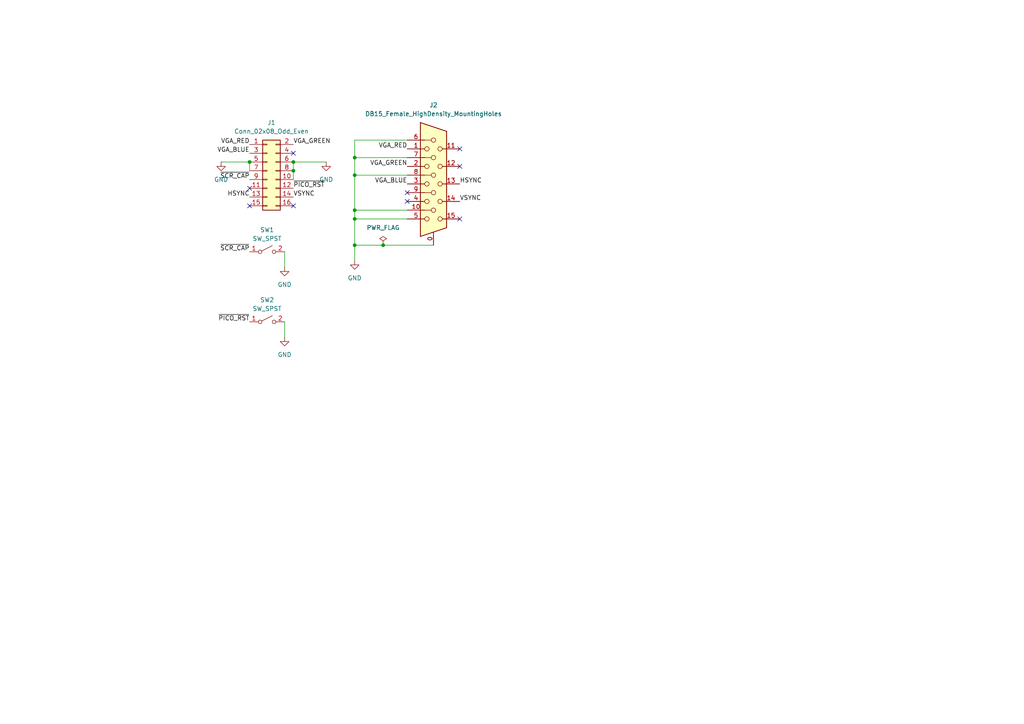
<source format=kicad_sch>
(kicad_sch (version 20230121) (generator eeschema)

  (uuid ff220e88-7bf3-4713-abf0-d03f2de71c11)

  (paper "A4")

  (title_block
    (title "VGA Connector Board")
    (date "2023-10-03")
    (rev "02")
  )

  (lib_symbols
    (symbol "Connector:DE15_Receptacle_HighDensity_MountingHoles" (pin_names (offset 1.016) hide) (in_bom yes) (on_board yes)
      (property "Reference" "J" (at 0 21.59 0)
        (effects (font (size 1.27 1.27)))
      )
      (property "Value" "DE15_Receptacle_HighDensity_MountingHoles" (at 0 19.05 0)
        (effects (font (size 1.27 1.27)))
      )
      (property "Footprint" "" (at -24.13 10.16 0)
        (effects (font (size 1.27 1.27)) hide)
      )
      (property "Datasheet" " ~" (at -24.13 10.16 0)
        (effects (font (size 1.27 1.27)) hide)
      )
      (property "ki_keywords" "connector receptacle de15 female D-SUB VGA" (at 0 0 0)
        (effects (font (size 1.27 1.27)) hide)
      )
      (property "ki_description" "15-pin female receptacle socket D-SUB connector, High density (3 columns), Triple Row, Generic, VGA-connector, Mounting Hole" (at 0 0 0)
        (effects (font (size 1.27 1.27)) hide)
      )
      (property "ki_fp_filters" "DSUB*Female*" (at 0 0 0)
        (effects (font (size 1.27 1.27)) hide)
      )
      (symbol "DE15_Receptacle_HighDensity_MountingHoles_0_1"
        (circle (center -1.905 -10.16) (radius 0.635)
          (stroke (width 0) (type default))
          (fill (type none))
        )
        (circle (center -1.905 -5.08) (radius 0.635)
          (stroke (width 0) (type default))
          (fill (type none))
        )
        (circle (center -1.905 0) (radius 0.635)
          (stroke (width 0) (type default))
          (fill (type none))
        )
        (circle (center -1.905 5.08) (radius 0.635)
          (stroke (width 0) (type default))
          (fill (type none))
        )
        (circle (center -1.905 10.16) (radius 0.635)
          (stroke (width 0) (type default))
          (fill (type none))
        )
        (circle (center 0 -7.62) (radius 0.635)
          (stroke (width 0) (type default))
          (fill (type none))
        )
        (circle (center 0 -2.54) (radius 0.635)
          (stroke (width 0) (type default))
          (fill (type none))
        )
        (polyline
          (pts
            (xy -3.175 7.62)
            (xy -0.635 7.62)
          )
          (stroke (width 0) (type default))
          (fill (type none))
        )
        (polyline
          (pts
            (xy -0.635 -7.62)
            (xy -3.175 -7.62)
          )
          (stroke (width 0) (type default))
          (fill (type none))
        )
        (polyline
          (pts
            (xy -0.635 -2.54)
            (xy -3.175 -2.54)
          )
          (stroke (width 0) (type default))
          (fill (type none))
        )
        (polyline
          (pts
            (xy -0.635 2.54)
            (xy -3.175 2.54)
          )
          (stroke (width 0) (type default))
          (fill (type none))
        )
        (polyline
          (pts
            (xy -0.635 12.7)
            (xy -3.175 12.7)
          )
          (stroke (width 0) (type default))
          (fill (type none))
        )
        (polyline
          (pts
            (xy -3.81 17.78)
            (xy -3.81 -15.24)
            (xy 3.81 -12.7)
            (xy 3.81 15.24)
            (xy -3.81 17.78)
          )
          (stroke (width 0.254) (type default))
          (fill (type background))
        )
        (circle (center 0 2.54) (radius 0.635)
          (stroke (width 0) (type default))
          (fill (type none))
        )
        (circle (center 0 7.62) (radius 0.635)
          (stroke (width 0) (type default))
          (fill (type none))
        )
        (circle (center 0 12.7) (radius 0.635)
          (stroke (width 0) (type default))
          (fill (type none))
        )
        (circle (center 1.905 -10.16) (radius 0.635)
          (stroke (width 0) (type default))
          (fill (type none))
        )
        (circle (center 1.905 -5.08) (radius 0.635)
          (stroke (width 0) (type default))
          (fill (type none))
        )
        (circle (center 1.905 0) (radius 0.635)
          (stroke (width 0) (type default))
          (fill (type none))
        )
        (circle (center 1.905 5.08) (radius 0.635)
          (stroke (width 0) (type default))
          (fill (type none))
        )
        (circle (center 1.905 10.16) (radius 0.635)
          (stroke (width 0) (type default))
          (fill (type none))
        )
      )
      (symbol "DE15_Receptacle_HighDensity_MountingHoles_1_1"
        (pin passive line (at 0 -17.78 90) (length 3.81)
          (name "~" (effects (font (size 1.27 1.27))))
          (number "0" (effects (font (size 1.27 1.27))))
        )
        (pin passive line (at -7.62 10.16 0) (length 5.08)
          (name "~" (effects (font (size 1.27 1.27))))
          (number "1" (effects (font (size 1.27 1.27))))
        )
        (pin passive line (at -7.62 -7.62 0) (length 5.08)
          (name "~" (effects (font (size 1.27 1.27))))
          (number "10" (effects (font (size 1.27 1.27))))
        )
        (pin passive line (at 7.62 10.16 180) (length 5.08)
          (name "~" (effects (font (size 1.27 1.27))))
          (number "11" (effects (font (size 1.27 1.27))))
        )
        (pin passive line (at 7.62 5.08 180) (length 5.08)
          (name "~" (effects (font (size 1.27 1.27))))
          (number "12" (effects (font (size 1.27 1.27))))
        )
        (pin passive line (at 7.62 0 180) (length 5.08)
          (name "~" (effects (font (size 1.27 1.27))))
          (number "13" (effects (font (size 1.27 1.27))))
        )
        (pin passive line (at 7.62 -5.08 180) (length 5.08)
          (name "~" (effects (font (size 1.27 1.27))))
          (number "14" (effects (font (size 1.27 1.27))))
        )
        (pin passive line (at 7.62 -10.16 180) (length 5.08)
          (name "~" (effects (font (size 1.27 1.27))))
          (number "15" (effects (font (size 1.27 1.27))))
        )
        (pin passive line (at -7.62 5.08 0) (length 5.08)
          (name "~" (effects (font (size 1.27 1.27))))
          (number "2" (effects (font (size 1.27 1.27))))
        )
        (pin passive line (at -7.62 0 0) (length 5.08)
          (name "~" (effects (font (size 1.27 1.27))))
          (number "3" (effects (font (size 1.27 1.27))))
        )
        (pin passive line (at -7.62 -5.08 0) (length 5.08)
          (name "~" (effects (font (size 1.27 1.27))))
          (number "4" (effects (font (size 1.27 1.27))))
        )
        (pin passive line (at -7.62 -10.16 0) (length 5.08)
          (name "~" (effects (font (size 1.27 1.27))))
          (number "5" (effects (font (size 1.27 1.27))))
        )
        (pin passive line (at -7.62 12.7 0) (length 5.08)
          (name "~" (effects (font (size 1.27 1.27))))
          (number "6" (effects (font (size 1.27 1.27))))
        )
        (pin passive line (at -7.62 7.62 0) (length 5.08)
          (name "~" (effects (font (size 1.27 1.27))))
          (number "7" (effects (font (size 1.27 1.27))))
        )
        (pin passive line (at -7.62 2.54 0) (length 5.08)
          (name "~" (effects (font (size 1.27 1.27))))
          (number "8" (effects (font (size 1.27 1.27))))
        )
        (pin passive line (at -7.62 -2.54 0) (length 5.08)
          (name "~" (effects (font (size 1.27 1.27))))
          (number "9" (effects (font (size 1.27 1.27))))
        )
      )
    )
    (symbol "Connector_Generic:Conn_02x08_Odd_Even" (pin_names (offset 1.016) hide) (in_bom yes) (on_board yes)
      (property "Reference" "J" (at 1.27 10.16 0)
        (effects (font (size 1.27 1.27)))
      )
      (property "Value" "Conn_02x08_Odd_Even" (at 1.27 -12.7 0)
        (effects (font (size 1.27 1.27)))
      )
      (property "Footprint" "" (at 0 0 0)
        (effects (font (size 1.27 1.27)) hide)
      )
      (property "Datasheet" "~" (at 0 0 0)
        (effects (font (size 1.27 1.27)) hide)
      )
      (property "ki_keywords" "connector" (at 0 0 0)
        (effects (font (size 1.27 1.27)) hide)
      )
      (property "ki_description" "Generic connector, double row, 02x08, odd/even pin numbering scheme (row 1 odd numbers, row 2 even numbers), script generated (kicad-library-utils/schlib/autogen/connector/)" (at 0 0 0)
        (effects (font (size 1.27 1.27)) hide)
      )
      (property "ki_fp_filters" "Connector*:*_2x??_*" (at 0 0 0)
        (effects (font (size 1.27 1.27)) hide)
      )
      (symbol "Conn_02x08_Odd_Even_1_1"
        (rectangle (start -1.27 -10.033) (end 0 -10.287)
          (stroke (width 0.1524) (type default))
          (fill (type none))
        )
        (rectangle (start -1.27 -7.493) (end 0 -7.747)
          (stroke (width 0.1524) (type default))
          (fill (type none))
        )
        (rectangle (start -1.27 -4.953) (end 0 -5.207)
          (stroke (width 0.1524) (type default))
          (fill (type none))
        )
        (rectangle (start -1.27 -2.413) (end 0 -2.667)
          (stroke (width 0.1524) (type default))
          (fill (type none))
        )
        (rectangle (start -1.27 0.127) (end 0 -0.127)
          (stroke (width 0.1524) (type default))
          (fill (type none))
        )
        (rectangle (start -1.27 2.667) (end 0 2.413)
          (stroke (width 0.1524) (type default))
          (fill (type none))
        )
        (rectangle (start -1.27 5.207) (end 0 4.953)
          (stroke (width 0.1524) (type default))
          (fill (type none))
        )
        (rectangle (start -1.27 7.747) (end 0 7.493)
          (stroke (width 0.1524) (type default))
          (fill (type none))
        )
        (rectangle (start -1.27 8.89) (end 3.81 -11.43)
          (stroke (width 0.254) (type default))
          (fill (type background))
        )
        (rectangle (start 3.81 -10.033) (end 2.54 -10.287)
          (stroke (width 0.1524) (type default))
          (fill (type none))
        )
        (rectangle (start 3.81 -7.493) (end 2.54 -7.747)
          (stroke (width 0.1524) (type default))
          (fill (type none))
        )
        (rectangle (start 3.81 -4.953) (end 2.54 -5.207)
          (stroke (width 0.1524) (type default))
          (fill (type none))
        )
        (rectangle (start 3.81 -2.413) (end 2.54 -2.667)
          (stroke (width 0.1524) (type default))
          (fill (type none))
        )
        (rectangle (start 3.81 0.127) (end 2.54 -0.127)
          (stroke (width 0.1524) (type default))
          (fill (type none))
        )
        (rectangle (start 3.81 2.667) (end 2.54 2.413)
          (stroke (width 0.1524) (type default))
          (fill (type none))
        )
        (rectangle (start 3.81 5.207) (end 2.54 4.953)
          (stroke (width 0.1524) (type default))
          (fill (type none))
        )
        (rectangle (start 3.81 7.747) (end 2.54 7.493)
          (stroke (width 0.1524) (type default))
          (fill (type none))
        )
        (pin passive line (at -5.08 7.62 0) (length 3.81)
          (name "Pin_1" (effects (font (size 1.27 1.27))))
          (number "1" (effects (font (size 1.27 1.27))))
        )
        (pin passive line (at 7.62 -2.54 180) (length 3.81)
          (name "Pin_10" (effects (font (size 1.27 1.27))))
          (number "10" (effects (font (size 1.27 1.27))))
        )
        (pin passive line (at -5.08 -5.08 0) (length 3.81)
          (name "Pin_11" (effects (font (size 1.27 1.27))))
          (number "11" (effects (font (size 1.27 1.27))))
        )
        (pin passive line (at 7.62 -5.08 180) (length 3.81)
          (name "Pin_12" (effects (font (size 1.27 1.27))))
          (number "12" (effects (font (size 1.27 1.27))))
        )
        (pin passive line (at -5.08 -7.62 0) (length 3.81)
          (name "Pin_13" (effects (font (size 1.27 1.27))))
          (number "13" (effects (font (size 1.27 1.27))))
        )
        (pin passive line (at 7.62 -7.62 180) (length 3.81)
          (name "Pin_14" (effects (font (size 1.27 1.27))))
          (number "14" (effects (font (size 1.27 1.27))))
        )
        (pin passive line (at -5.08 -10.16 0) (length 3.81)
          (name "Pin_15" (effects (font (size 1.27 1.27))))
          (number "15" (effects (font (size 1.27 1.27))))
        )
        (pin passive line (at 7.62 -10.16 180) (length 3.81)
          (name "Pin_16" (effects (font (size 1.27 1.27))))
          (number "16" (effects (font (size 1.27 1.27))))
        )
        (pin passive line (at 7.62 7.62 180) (length 3.81)
          (name "Pin_2" (effects (font (size 1.27 1.27))))
          (number "2" (effects (font (size 1.27 1.27))))
        )
        (pin passive line (at -5.08 5.08 0) (length 3.81)
          (name "Pin_3" (effects (font (size 1.27 1.27))))
          (number "3" (effects (font (size 1.27 1.27))))
        )
        (pin passive line (at 7.62 5.08 180) (length 3.81)
          (name "Pin_4" (effects (font (size 1.27 1.27))))
          (number "4" (effects (font (size 1.27 1.27))))
        )
        (pin passive line (at -5.08 2.54 0) (length 3.81)
          (name "Pin_5" (effects (font (size 1.27 1.27))))
          (number "5" (effects (font (size 1.27 1.27))))
        )
        (pin passive line (at 7.62 2.54 180) (length 3.81)
          (name "Pin_6" (effects (font (size 1.27 1.27))))
          (number "6" (effects (font (size 1.27 1.27))))
        )
        (pin passive line (at -5.08 0 0) (length 3.81)
          (name "Pin_7" (effects (font (size 1.27 1.27))))
          (number "7" (effects (font (size 1.27 1.27))))
        )
        (pin passive line (at 7.62 0 180) (length 3.81)
          (name "Pin_8" (effects (font (size 1.27 1.27))))
          (number "8" (effects (font (size 1.27 1.27))))
        )
        (pin passive line (at -5.08 -2.54 0) (length 3.81)
          (name "Pin_9" (effects (font (size 1.27 1.27))))
          (number "9" (effects (font (size 1.27 1.27))))
        )
      )
    )
    (symbol "Switch:SW_SPST" (pin_names (offset 0) hide) (in_bom yes) (on_board yes)
      (property "Reference" "SW" (at 0 3.175 0)
        (effects (font (size 1.27 1.27)))
      )
      (property "Value" "SW_SPST" (at 0 -2.54 0)
        (effects (font (size 1.27 1.27)))
      )
      (property "Footprint" "" (at 0 0 0)
        (effects (font (size 1.27 1.27)) hide)
      )
      (property "Datasheet" "~" (at 0 0 0)
        (effects (font (size 1.27 1.27)) hide)
      )
      (property "ki_keywords" "switch lever" (at 0 0 0)
        (effects (font (size 1.27 1.27)) hide)
      )
      (property "ki_description" "Single Pole Single Throw (SPST) switch" (at 0 0 0)
        (effects (font (size 1.27 1.27)) hide)
      )
      (symbol "SW_SPST_0_0"
        (circle (center -2.032 0) (radius 0.508)
          (stroke (width 0) (type default))
          (fill (type none))
        )
        (polyline
          (pts
            (xy -1.524 0.254)
            (xy 1.524 1.778)
          )
          (stroke (width 0) (type default))
          (fill (type none))
        )
        (circle (center 2.032 0) (radius 0.508)
          (stroke (width 0) (type default))
          (fill (type none))
        )
      )
      (symbol "SW_SPST_1_1"
        (pin passive line (at -5.08 0 0) (length 2.54)
          (name "A" (effects (font (size 1.27 1.27))))
          (number "1" (effects (font (size 1.27 1.27))))
        )
        (pin passive line (at 5.08 0 180) (length 2.54)
          (name "B" (effects (font (size 1.27 1.27))))
          (number "2" (effects (font (size 1.27 1.27))))
        )
      )
    )
    (symbol "power:GND" (power) (pin_names (offset 0)) (in_bom yes) (on_board yes)
      (property "Reference" "#PWR" (at 0 -6.35 0)
        (effects (font (size 1.27 1.27)) hide)
      )
      (property "Value" "GND" (at 0 -3.81 0)
        (effects (font (size 1.27 1.27)))
      )
      (property "Footprint" "" (at 0 0 0)
        (effects (font (size 1.27 1.27)) hide)
      )
      (property "Datasheet" "" (at 0 0 0)
        (effects (font (size 1.27 1.27)) hide)
      )
      (property "ki_keywords" "global power" (at 0 0 0)
        (effects (font (size 1.27 1.27)) hide)
      )
      (property "ki_description" "Power symbol creates a global label with name \"GND\" , ground" (at 0 0 0)
        (effects (font (size 1.27 1.27)) hide)
      )
      (symbol "GND_0_1"
        (polyline
          (pts
            (xy 0 0)
            (xy 0 -1.27)
            (xy 1.27 -1.27)
            (xy 0 -2.54)
            (xy -1.27 -1.27)
            (xy 0 -1.27)
          )
          (stroke (width 0) (type default))
          (fill (type none))
        )
      )
      (symbol "GND_1_1"
        (pin power_in line (at 0 0 270) (length 0) hide
          (name "GND" (effects (font (size 1.27 1.27))))
          (number "1" (effects (font (size 1.27 1.27))))
        )
      )
    )
    (symbol "power:PWR_FLAG" (power) (pin_numbers hide) (pin_names (offset 0) hide) (in_bom yes) (on_board yes)
      (property "Reference" "#FLG" (at 0 1.905 0)
        (effects (font (size 1.27 1.27)) hide)
      )
      (property "Value" "PWR_FLAG" (at 0 3.81 0)
        (effects (font (size 1.27 1.27)))
      )
      (property "Footprint" "" (at 0 0 0)
        (effects (font (size 1.27 1.27)) hide)
      )
      (property "Datasheet" "~" (at 0 0 0)
        (effects (font (size 1.27 1.27)) hide)
      )
      (property "ki_keywords" "flag power" (at 0 0 0)
        (effects (font (size 1.27 1.27)) hide)
      )
      (property "ki_description" "Special symbol for telling ERC where power comes from" (at 0 0 0)
        (effects (font (size 1.27 1.27)) hide)
      )
      (symbol "PWR_FLAG_0_0"
        (pin power_out line (at 0 0 90) (length 0)
          (name "pwr" (effects (font (size 1.27 1.27))))
          (number "1" (effects (font (size 1.27 1.27))))
        )
      )
      (symbol "PWR_FLAG_0_1"
        (polyline
          (pts
            (xy 0 0)
            (xy 0 1.27)
            (xy -1.016 1.905)
            (xy 0 2.54)
            (xy 1.016 1.905)
            (xy 0 1.27)
          )
          (stroke (width 0) (type default))
          (fill (type none))
        )
      )
    )
  )

  (junction (at 102.87 71.12) (diameter 0) (color 0 0 0 0)
    (uuid 06943cca-9394-4029-ad0d-486e0efa2e4a)
  )
  (junction (at 85.09 46.99) (diameter 0) (color 0 0 0 0)
    (uuid 4d98deb4-94c4-4eb9-b5da-b85949651819)
  )
  (junction (at 102.87 63.5) (diameter 0) (color 0 0 0 0)
    (uuid 5ad7bca5-c551-45e4-85f5-41221984b76d)
  )
  (junction (at 102.87 60.96) (diameter 0) (color 0 0 0 0)
    (uuid 78c7e4db-ce5f-4a60-b865-26a144a7617d)
  )
  (junction (at 72.39 46.99) (diameter 0) (color 0 0 0 0)
    (uuid 96200d3d-4702-4c33-9782-d2611ec5d50a)
  )
  (junction (at 111.125 71.12) (diameter 0) (color 0 0 0 0)
    (uuid bd9899a7-5a63-42d3-8eaf-039655f25c4f)
  )
  (junction (at 85.09 49.53) (diameter 0) (color 0 0 0 0)
    (uuid d9316768-3374-4ddc-be42-ef9f581fb8fe)
  )
  (junction (at 102.87 45.72) (diameter 0) (color 0 0 0 0)
    (uuid e57e7d38-21b4-46ba-b5d2-a9775da3b7c1)
  )
  (junction (at 102.87 50.8) (diameter 0) (color 0 0 0 0)
    (uuid fa48abd0-e185-4f8b-b8bd-b9880bebe6b3)
  )

  (no_connect (at 133.35 63.5) (uuid 11024f6c-5139-43c1-8c96-4c434a57a3ed))
  (no_connect (at 72.39 54.61) (uuid 1a9ffe5f-3897-4b90-a773-e27c16037b99))
  (no_connect (at 133.35 43.18) (uuid 1dd598f3-7afe-450a-b2ad-a92b9a87d5c6))
  (no_connect (at 85.09 59.69) (uuid 370930d1-0858-45e8-a33f-4f1049835d20))
  (no_connect (at 85.09 44.45) (uuid 56fe1ecf-0957-49b1-869d-e9a771f9f8cf))
  (no_connect (at 133.35 48.26) (uuid 5bfa58a5-3098-4a48-b014-5c507538fcbe))
  (no_connect (at 118.11 55.88) (uuid 61001fcc-5054-40bf-ad37-37b716838aad))
  (no_connect (at 72.39 59.69) (uuid bef61c87-41e1-4e58-9e2b-eb54f95f8b50))
  (no_connect (at 118.11 58.42) (uuid f02b164f-2810-45ca-81c4-df3b502dc2ae))

  (wire (pts (xy 102.87 45.72) (xy 102.87 50.8))
    (stroke (width 0) (type default))
    (uuid 033cd906-13bf-408d-9de1-481587305f16)
  )
  (wire (pts (xy 102.87 50.8) (xy 118.11 50.8))
    (stroke (width 0) (type default))
    (uuid 08c75613-5951-46c1-aec7-31a3d20e799d)
  )
  (wire (pts (xy 102.87 40.64) (xy 102.87 45.72))
    (stroke (width 0) (type default))
    (uuid 163a465f-75d2-4ff4-ae1b-3e0843b03285)
  )
  (wire (pts (xy 118.11 63.5) (xy 102.87 63.5))
    (stroke (width 0) (type default))
    (uuid 2ca0e692-0b99-457d-a487-882cfde57e07)
  )
  (wire (pts (xy 72.39 46.99) (xy 72.39 49.53))
    (stroke (width 0) (type default))
    (uuid 41a5ad36-ab40-4af4-aa07-da3dfd2404e6)
  )
  (wire (pts (xy 125.73 71.12) (xy 111.125 71.12))
    (stroke (width 0) (type default))
    (uuid 59928576-e51a-406b-8969-078f37565731)
  )
  (wire (pts (xy 82.55 93.345) (xy 82.55 97.79))
    (stroke (width 0) (type default))
    (uuid 7887474a-d94a-476d-b282-bd4324a2d595)
  )
  (wire (pts (xy 85.09 49.53) (xy 85.09 52.07))
    (stroke (width 0) (type default))
    (uuid 7f30f082-051d-498c-abeb-e1bec912822b)
  )
  (wire (pts (xy 102.87 63.5) (xy 102.87 71.12))
    (stroke (width 0) (type default))
    (uuid 8ad79ec1-fd11-4305-99d0-443d28be1dd4)
  )
  (wire (pts (xy 102.87 60.96) (xy 102.87 63.5))
    (stroke (width 0) (type default))
    (uuid 9230fa89-385a-4840-95a6-c6286f94ead4)
  )
  (wire (pts (xy 111.125 71.12) (xy 102.87 71.12))
    (stroke (width 0) (type default))
    (uuid 996e0db5-99f0-4ef3-a6a7-c81e5c5283fa)
  )
  (wire (pts (xy 102.87 71.12) (xy 102.87 75.565))
    (stroke (width 0) (type default))
    (uuid 9d17cd50-ca60-4e77-b9c4-81241d23fa3a)
  )
  (wire (pts (xy 102.87 50.8) (xy 102.87 60.96))
    (stroke (width 0) (type default))
    (uuid a0993e53-51a1-42aa-8f66-52b3aa558b4f)
  )
  (wire (pts (xy 82.55 73.025) (xy 82.55 77.47))
    (stroke (width 0) (type default))
    (uuid b795a8ba-e7a0-4f86-ac88-b04f91c76399)
  )
  (wire (pts (xy 118.11 45.72) (xy 102.87 45.72))
    (stroke (width 0) (type default))
    (uuid b9e8e5f3-c144-4797-b31a-a34e272106c2)
  )
  (wire (pts (xy 85.09 46.99) (xy 94.615 46.99))
    (stroke (width 0) (type default))
    (uuid c5394659-8fa6-40ec-aaf2-78976f26b02f)
  )
  (wire (pts (xy 102.87 60.96) (xy 118.11 60.96))
    (stroke (width 0) (type default))
    (uuid c6081859-eb69-4994-8541-2eb5d50c9c9d)
  )
  (wire (pts (xy 64.135 46.99) (xy 72.39 46.99))
    (stroke (width 0) (type default))
    (uuid eec22a30-1aae-4299-a466-05ba2daf15ae)
  )
  (wire (pts (xy 85.09 46.99) (xy 85.09 49.53))
    (stroke (width 0) (type default))
    (uuid f25f68ee-232a-4384-b995-920d2c49dbd7)
  )
  (wire (pts (xy 118.11 40.64) (xy 102.87 40.64))
    (stroke (width 0) (type default))
    (uuid fc2342aa-8a8a-4c9d-b48a-35eadbebbca1)
  )

  (label "HSYNC" (at 133.35 53.34 0) (fields_autoplaced)
    (effects (font (size 1.27 1.27)) (justify left bottom))
    (uuid 1f91c646-f123-440d-8a51-a5b710c0038c)
  )
  (label "~{SCR_CAP}" (at 72.39 52.07 180) (fields_autoplaced)
    (effects (font (size 1.27 1.27)) (justify right bottom))
    (uuid 45f3213d-b4dd-461c-8d1f-e4e26d6b66a2)
  )
  (label "VGA_BLUE" (at 72.39 44.45 180) (fields_autoplaced)
    (effects (font (size 1.27 1.27)) (justify right bottom))
    (uuid 4b32e60f-328b-4ff0-a5a1-21b6edc17730)
  )
  (label "~{SCR_CAP}" (at 72.39 73.025 180) (fields_autoplaced)
    (effects (font (size 1.27 1.27)) (justify right bottom))
    (uuid 56494709-2f66-4e8e-886a-2c49ab2553b6)
  )
  (label "VGA_RED" (at 72.39 41.91 180) (fields_autoplaced)
    (effects (font (size 1.27 1.27)) (justify right bottom))
    (uuid 70eabb6c-d1a4-4cca-a3d5-191cf85f6cbf)
  )
  (label "VGA_GREEN" (at 85.09 41.91 0) (fields_autoplaced)
    (effects (font (size 1.27 1.27)) (justify left bottom))
    (uuid 87afd618-78fc-4336-89e8-3571f97ce4e6)
  )
  (label "VSYNC" (at 133.35 58.42 0) (fields_autoplaced)
    (effects (font (size 1.27 1.27)) (justify left bottom))
    (uuid 933b2e11-94d8-46e2-953c-e161e45dd66d)
  )
  (label "VGA_RED" (at 118.11 43.18 180) (fields_autoplaced)
    (effects (font (size 1.27 1.27)) (justify right bottom))
    (uuid a7cb428a-7176-4e9f-ac5c-8b54dc651bb8)
  )
  (label "VGA_GREEN" (at 118.11 48.26 180) (fields_autoplaced)
    (effects (font (size 1.27 1.27)) (justify right bottom))
    (uuid ba64bc15-817b-4a65-82a8-821f0f98ecd6)
  )
  (label "~{PICO_RST}" (at 72.39 93.345 180) (fields_autoplaced)
    (effects (font (size 1.27 1.27)) (justify right bottom))
    (uuid c477c3c1-5b7a-4911-8c9e-7fe07ab9ef37)
  )
  (label "VGA_BLUE" (at 118.11 53.34 180) (fields_autoplaced)
    (effects (font (size 1.27 1.27)) (justify right bottom))
    (uuid d1b6a353-8b27-456a-a42b-93c147adb6ef)
  )
  (label "HSYNC" (at 72.39 57.15 180) (fields_autoplaced)
    (effects (font (size 1.27 1.27)) (justify right bottom))
    (uuid d349320e-8849-4cbc-8bb8-0dbe61683e79)
  )
  (label "VSYNC" (at 85.09 57.15 0) (fields_autoplaced)
    (effects (font (size 1.27 1.27)) (justify left bottom))
    (uuid de9b2745-1835-49e8-85ff-1f12fdf0f0eb)
  )
  (label "~{PICO_RST}" (at 85.09 54.61 0) (fields_autoplaced)
    (effects (font (size 1.27 1.27)) (justify left bottom))
    (uuid e356f168-d56d-41a2-9361-10e424976d02)
  )

  (symbol (lib_id "power:PWR_FLAG") (at 111.125 71.12 0) (unit 1)
    (in_bom yes) (on_board yes) (dnp no) (fields_autoplaced)
    (uuid 2ae29532-c07e-4a61-91fb-b987ac9472e4)
    (property "Reference" "#FLG01" (at 111.125 69.215 0)
      (effects (font (size 1.27 1.27)) hide)
    )
    (property "Value" "PWR_FLAG" (at 111.125 66.04 0)
      (effects (font (size 1.27 1.27)))
    )
    (property "Footprint" "" (at 111.125 71.12 0)
      (effects (font (size 1.27 1.27)) hide)
    )
    (property "Datasheet" "~" (at 111.125 71.12 0)
      (effects (font (size 1.27 1.27)) hide)
    )
    (pin "1" (uuid b05dfa4f-2ec2-4dee-964f-fa0d559e67b0))
    (instances
      (project "VGA_ConnectorV2"
        (path "/ff220e88-7bf3-4713-abf0-d03f2de71c11"
          (reference "#FLG01") (unit 1)
        )
      )
    )
  )

  (symbol (lib_id "Connector:DE15_Receptacle_HighDensity_MountingHoles") (at 125.73 53.34 0) (unit 1)
    (in_bom yes) (on_board yes) (dnp no) (fields_autoplaced)
    (uuid 33dff5f9-64a8-4c9a-bced-d754704daddd)
    (property "Reference" "J2" (at 125.73 30.48 0)
      (effects (font (size 1.27 1.27)))
    )
    (property "Value" "DB15_Female_HighDensity_MountingHoles" (at 125.73 33.02 0)
      (effects (font (size 1.27 1.27)))
    )
    (property "Footprint" "Connector_Dsub:DSUB-15-HD_Female_Horizontal_P2.29x1.98mm_EdgePinOffset3.03mm_Housed_MountingHolesOffset4.94mm" (at 101.6 43.18 0)
      (effects (font (size 1.27 1.27)) hide)
    )
    (property "Datasheet" " ~" (at 101.6 43.18 0)
      (effects (font (size 1.27 1.27)) hide)
    )
    (pin "0" (uuid 5e664ccb-e0c8-4904-b662-6dbb9fc57ded))
    (pin "1" (uuid fa7f4741-f76a-40a7-aa96-e27785093c83))
    (pin "10" (uuid df61d5f3-4cef-48c7-88c7-5dc1c4b427c6))
    (pin "11" (uuid 1926cc2e-ff86-49bc-b7c9-a6b1e0fee254))
    (pin "12" (uuid 904465c2-7d32-4a4c-933b-88102dd30fbb))
    (pin "13" (uuid f644995d-4a6d-47ae-bb15-9cc1cd953908))
    (pin "14" (uuid 3007d505-a000-489a-9a7d-ebde317679f0))
    (pin "15" (uuid 7a42b461-bc9d-4297-a68c-f053489c4508))
    (pin "2" (uuid 5a6cba0c-47cb-427e-b4ed-ae4cbd878eb4))
    (pin "3" (uuid 4f8cb75f-bbd6-4df8-bd23-fda0a815353e))
    (pin "4" (uuid 7a80d8a3-d1c9-4711-87c6-bbb443df0758))
    (pin "5" (uuid 5ddef5fb-522d-4d10-898e-6c6f2fd2f4c9))
    (pin "6" (uuid 2378d047-b6bc-4bd4-8ec9-fc701b6da4fa))
    (pin "7" (uuid 0f708d1d-f35f-4ad6-8311-cd7ce64ecba9))
    (pin "8" (uuid 66e78a4e-787e-43c2-bd3b-9c4410e1833f))
    (pin "9" (uuid 2617cc10-49b1-4529-9adc-e4d60887aaae))
    (instances
      (project "VGA_ConnectorV2"
        (path "/ff220e88-7bf3-4713-abf0-d03f2de71c11"
          (reference "J2") (unit 1)
        )
      )
    )
  )

  (symbol (lib_id "power:GND") (at 102.87 75.565 0) (unit 1)
    (in_bom yes) (on_board yes) (dnp no) (fields_autoplaced)
    (uuid 46e7e4a8-edea-4c99-ae9e-8331770e6dc6)
    (property "Reference" "#PWR04" (at 102.87 81.915 0)
      (effects (font (size 1.27 1.27)) hide)
    )
    (property "Value" "GND" (at 102.87 80.645 0)
      (effects (font (size 1.27 1.27)))
    )
    (property "Footprint" "" (at 102.87 75.565 0)
      (effects (font (size 1.27 1.27)) hide)
    )
    (property "Datasheet" "" (at 102.87 75.565 0)
      (effects (font (size 1.27 1.27)) hide)
    )
    (pin "1" (uuid e39b26de-b513-48a9-bd8a-233be31a5159))
    (instances
      (project "VGA_ConnectorV2"
        (path "/ff220e88-7bf3-4713-abf0-d03f2de71c11"
          (reference "#PWR04") (unit 1)
        )
      )
    )
  )

  (symbol (lib_id "power:GND") (at 82.55 97.79 0) (unit 1)
    (in_bom yes) (on_board yes) (dnp no) (fields_autoplaced)
    (uuid 5b0eb96e-b939-4ebd-b56a-1b42c507a148)
    (property "Reference" "#PWR05" (at 82.55 104.14 0)
      (effects (font (size 1.27 1.27)) hide)
    )
    (property "Value" "GND" (at 82.55 102.87 0)
      (effects (font (size 1.27 1.27)))
    )
    (property "Footprint" "" (at 82.55 97.79 0)
      (effects (font (size 1.27 1.27)) hide)
    )
    (property "Datasheet" "" (at 82.55 97.79 0)
      (effects (font (size 1.27 1.27)) hide)
    )
    (pin "1" (uuid 5569dc93-8615-4330-9e79-54c828cf3ff8))
    (instances
      (project "VGA_ConnectorV2"
        (path "/ff220e88-7bf3-4713-abf0-d03f2de71c11"
          (reference "#PWR05") (unit 1)
        )
      )
    )
  )

  (symbol (lib_id "power:GND") (at 64.135 46.99 0) (unit 1)
    (in_bom yes) (on_board yes) (dnp no) (fields_autoplaced)
    (uuid 5c873174-ec12-4d96-8e67-1a6119d2ecc7)
    (property "Reference" "#PWR01" (at 64.135 53.34 0)
      (effects (font (size 1.27 1.27)) hide)
    )
    (property "Value" "GND" (at 64.135 52.07 0)
      (effects (font (size 1.27 1.27)))
    )
    (property "Footprint" "" (at 64.135 46.99 0)
      (effects (font (size 1.27 1.27)) hide)
    )
    (property "Datasheet" "" (at 64.135 46.99 0)
      (effects (font (size 1.27 1.27)) hide)
    )
    (pin "1" (uuid ce3da669-93d8-48dd-a896-7c194bc62c74))
    (instances
      (project "VGA_ConnectorV2"
        (path "/ff220e88-7bf3-4713-abf0-d03f2de71c11"
          (reference "#PWR01") (unit 1)
        )
      )
    )
  )

  (symbol (lib_id "power:GND") (at 82.55 77.47 0) (unit 1)
    (in_bom yes) (on_board yes) (dnp no) (fields_autoplaced)
    (uuid 6f4d5b5e-3a04-421a-b037-c38ae59fd4fb)
    (property "Reference" "#PWR02" (at 82.55 83.82 0)
      (effects (font (size 1.27 1.27)) hide)
    )
    (property "Value" "GND" (at 82.55 82.55 0)
      (effects (font (size 1.27 1.27)))
    )
    (property "Footprint" "" (at 82.55 77.47 0)
      (effects (font (size 1.27 1.27)) hide)
    )
    (property "Datasheet" "" (at 82.55 77.47 0)
      (effects (font (size 1.27 1.27)) hide)
    )
    (pin "1" (uuid 5355125b-0248-4df6-b2d6-93163391303b))
    (instances
      (project "VGA_ConnectorV2"
        (path "/ff220e88-7bf3-4713-abf0-d03f2de71c11"
          (reference "#PWR02") (unit 1)
        )
      )
    )
  )

  (symbol (lib_id "Connector_Generic:Conn_02x08_Odd_Even") (at 77.47 49.53 0) (unit 1)
    (in_bom yes) (on_board yes) (dnp no) (fields_autoplaced)
    (uuid 8fe4a3ee-3823-4f2c-b8fa-2bc3936033a1)
    (property "Reference" "J1" (at 78.74 35.56 0)
      (effects (font (size 1.27 1.27)))
    )
    (property "Value" "Conn_02x08_Odd_Even" (at 78.74 38.1 0)
      (effects (font (size 1.27 1.27)))
    )
    (property "Footprint" "Connector_IDC:IDC-Header_2x08_P2.54mm_Vertical" (at 77.47 49.53 0)
      (effects (font (size 1.27 1.27)) hide)
    )
    (property "Datasheet" "~" (at 77.47 49.53 0)
      (effects (font (size 1.27 1.27)) hide)
    )
    (pin "1" (uuid f1d651bf-ab73-448f-96c9-3062f88f4bb9))
    (pin "10" (uuid 1e373f4b-aba6-47f3-97d8-b38bd07bef3d))
    (pin "11" (uuid 50feb5ac-a138-42b5-96dd-690378f0a78e))
    (pin "12" (uuid 5eeb1c28-1eae-42a7-8bf7-994b84cd55fa))
    (pin "13" (uuid 0c2b3485-fbf7-4650-854f-e6ab9e82c198))
    (pin "14" (uuid d62078d5-b12c-4032-b0f4-c0b33bddf4a5))
    (pin "15" (uuid 5b08e09c-b59a-468d-b710-09385892cf1e))
    (pin "16" (uuid 5302e6d0-50a5-4e13-b538-8f44eaa20a4f))
    (pin "2" (uuid 20c1af82-4a5b-4068-976f-3a67077714fb))
    (pin "3" (uuid b74f810e-03cb-40e2-8890-9a95401436f8))
    (pin "4" (uuid 37fb7aa1-3559-491f-87bc-dc469b6c5e3a))
    (pin "5" (uuid 1cd8fbbe-b032-46d9-9dbb-6c467c9b130c))
    (pin "6" (uuid a80cd22a-eac2-4d4f-8d62-9399ac4147ec))
    (pin "7" (uuid e5f46920-51fa-4714-af13-55955b462a92))
    (pin "8" (uuid 851aeb44-d200-4159-9bba-4c948ee28a90))
    (pin "9" (uuid cb41c064-a428-425e-9d33-6d4f695b8362))
    (instances
      (project "VGA_ConnectorV2"
        (path "/ff220e88-7bf3-4713-abf0-d03f2de71c11"
          (reference "J1") (unit 1)
        )
      )
    )
  )

  (symbol (lib_id "Switch:SW_SPST") (at 77.47 73.025 0) (unit 1)
    (in_bom yes) (on_board yes) (dnp no) (fields_autoplaced)
    (uuid 99e7bda4-504a-4931-8594-9b38fb2c231d)
    (property "Reference" "SW1" (at 77.47 66.675 0)
      (effects (font (size 1.27 1.27)))
    )
    (property "Value" "SW_SPST" (at 77.47 69.215 0)
      (effects (font (size 1.27 1.27)))
    )
    (property "Footprint" "Button_Switch_THT:SW_PUSH_6mm" (at 77.47 73.025 0)
      (effects (font (size 1.27 1.27)) hide)
    )
    (property "Datasheet" "~" (at 77.47 73.025 0)
      (effects (font (size 1.27 1.27)) hide)
    )
    (pin "1" (uuid a6013bb5-c0ca-465c-b1ea-446e64b03113))
    (pin "2" (uuid f9a605e9-29c4-4329-b227-4069eb9b0cc0))
    (instances
      (project "VGA_ConnectorV2"
        (path "/ff220e88-7bf3-4713-abf0-d03f2de71c11"
          (reference "SW1") (unit 1)
        )
      )
    )
  )

  (symbol (lib_id "Switch:SW_SPST") (at 77.47 93.345 0) (unit 1)
    (in_bom yes) (on_board yes) (dnp no) (fields_autoplaced)
    (uuid c7a85e34-5061-45bb-a6b9-800e02172cf7)
    (property "Reference" "SW2" (at 77.47 86.995 0)
      (effects (font (size 1.27 1.27)))
    )
    (property "Value" "SW_SPST" (at 77.47 89.535 0)
      (effects (font (size 1.27 1.27)))
    )
    (property "Footprint" "Button_Switch_THT:SW_PUSH_6mm" (at 77.47 93.345 0)
      (effects (font (size 1.27 1.27)) hide)
    )
    (property "Datasheet" "~" (at 77.47 93.345 0)
      (effects (font (size 1.27 1.27)) hide)
    )
    (pin "1" (uuid 53cc1773-c1ba-4671-8c56-1e01a1028613))
    (pin "2" (uuid 742108a4-7cb9-49ce-8360-ae08443fdf50))
    (instances
      (project "VGA_ConnectorV2"
        (path "/ff220e88-7bf3-4713-abf0-d03f2de71c11"
          (reference "SW2") (unit 1)
        )
      )
    )
  )

  (symbol (lib_id "power:GND") (at 94.615 46.99 0) (unit 1)
    (in_bom yes) (on_board yes) (dnp no) (fields_autoplaced)
    (uuid f0ed56dc-c07f-49d2-bb91-90f0947e07d5)
    (property "Reference" "#PWR03" (at 94.615 53.34 0)
      (effects (font (size 1.27 1.27)) hide)
    )
    (property "Value" "GND" (at 94.615 52.07 0)
      (effects (font (size 1.27 1.27)))
    )
    (property "Footprint" "" (at 94.615 46.99 0)
      (effects (font (size 1.27 1.27)) hide)
    )
    (property "Datasheet" "" (at 94.615 46.99 0)
      (effects (font (size 1.27 1.27)) hide)
    )
    (pin "1" (uuid 4b7d6070-2dba-4f97-be24-7d019d9b76c8))
    (instances
      (project "VGA_ConnectorV2"
        (path "/ff220e88-7bf3-4713-abf0-d03f2de71c11"
          (reference "#PWR03") (unit 1)
        )
      )
    )
  )

  (sheet_instances
    (path "/" (page "1"))
  )
)

</source>
